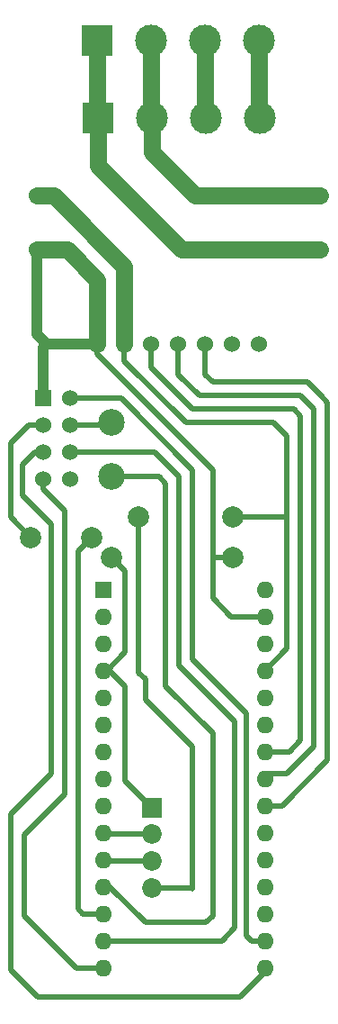
<source format=gbr>
G04 #@! TF.FileFunction,Copper,L2,Bot,Mixed*
%FSLAX46Y46*%
G04 Gerber Fmt 4.6, Leading zero omitted, Abs format (unit mm)*
G04 Created by KiCad (PCBNEW 4.0.7) date 10/22/18 08:20:40*
%MOMM*%
%LPD*%
G01*
G04 APERTURE LIST*
%ADD10C,0.100000*%
%ADD11C,3.000000*%
%ADD12R,3.000000X3.000000*%
%ADD13C,1.524000*%
%ADD14R,1.524000X1.524000*%
%ADD15R,1.600000X1.600000*%
%ADD16O,1.600000X1.600000*%
%ADD17R,1.850000X1.850000*%
%ADD18C,1.850000*%
%ADD19C,2.000000*%
%ADD20C,2.500000*%
%ADD21C,1.600000*%
%ADD22C,0.500000*%
%ADD23C,1.000000*%
G04 APERTURE END LIST*
D10*
D11*
X13881100Y91211400D03*
X18961100Y91211400D03*
D12*
X8801100Y91211400D03*
D11*
X24041100Y91211400D03*
D13*
X3086100Y71526400D03*
X3086100Y76606400D03*
X29756100Y76606400D03*
X29756100Y71526400D03*
D14*
X3721100Y57556400D03*
D13*
X6261100Y57556400D03*
X3721100Y55016400D03*
X6261100Y55016400D03*
X3721100Y52476400D03*
X6261100Y52476400D03*
X3721100Y49936400D03*
X6261100Y49936400D03*
X8801100Y62636400D03*
X11341100Y62636400D03*
X13881100Y62636400D03*
X16421100Y62636400D03*
X18961100Y62636400D03*
X21501100Y62636400D03*
X24041100Y62636400D03*
D15*
X9347200Y39547800D03*
D16*
X24587200Y6527800D03*
X9347200Y37007800D03*
X24587200Y9067800D03*
X9347200Y34467800D03*
X24587200Y11607800D03*
X9347200Y31927800D03*
X24587200Y14147800D03*
X9347200Y29387800D03*
X24587200Y16687800D03*
X9347200Y26847800D03*
X24587200Y19227800D03*
X9347200Y24307800D03*
X24587200Y21767800D03*
X9347200Y21767800D03*
X24587200Y24307800D03*
X9347200Y19227800D03*
X24587200Y26847800D03*
X9347200Y16687800D03*
X24587200Y29387800D03*
X9347200Y14147800D03*
X24587200Y31927800D03*
X9347200Y11607800D03*
X24587200Y34467800D03*
X9347200Y9067800D03*
X24587200Y37007800D03*
X9347200Y6527800D03*
X24587200Y39547800D03*
X9347200Y3987800D03*
X24587200Y3987800D03*
D11*
X13970000Y83929999D03*
X19050000Y83929999D03*
D12*
X8890000Y83929999D03*
D11*
X24130000Y83929999D03*
D17*
X13970000Y19050000D03*
D18*
X13970000Y16550000D03*
X13970000Y14050000D03*
X13970000Y11550000D03*
D19*
X21590000Y42545000D03*
X10160000Y42545000D03*
X2540000Y44450000D03*
X8255000Y44450000D03*
D20*
X10160000Y55245000D03*
X10160000Y50165000D03*
D19*
X21590000Y46355000D03*
X12700000Y46355000D03*
D21*
X13970000Y83929999D02*
X13970000Y80645000D01*
X13970000Y80645000D02*
X18008600Y76606400D01*
X18008600Y76606400D02*
X29756100Y76606400D01*
X13881100Y91211400D02*
X13881100Y85178900D01*
X8890000Y83929999D02*
X8890000Y79375000D01*
X8890000Y79375000D02*
X16738600Y71526400D01*
X16738600Y71526400D02*
X29756100Y71526400D01*
X8801100Y91211400D02*
X8801100Y83908900D01*
D22*
X21590000Y42545000D02*
X19685000Y42545000D01*
X11430000Y41275000D02*
X10160000Y42545000D01*
X11430000Y33655000D02*
X11430000Y41275000D01*
X9702800Y31927800D02*
X11430000Y33655000D01*
X9347200Y31927800D02*
X9702800Y31927800D01*
X19685000Y42545000D02*
X19685000Y38735000D01*
X8801100Y61683900D02*
X19685000Y50800000D01*
X19685000Y50800000D02*
X19685000Y42545000D01*
X19685000Y38735000D02*
X21412200Y37007800D01*
X21412200Y37007800D02*
X24587200Y37007800D01*
X9347200Y31927800D02*
X9982200Y31927800D01*
X9982200Y31927800D02*
X11430000Y30480000D01*
X11430000Y30480000D02*
X11430000Y21590000D01*
X11430000Y21590000D02*
X13970000Y19050000D01*
X8801100Y62636400D02*
X8801100Y61683900D01*
D23*
X3086100Y71526400D02*
X3086100Y63588900D01*
X3086100Y63588900D02*
X4038600Y62636400D01*
X8801100Y62636400D02*
X4038600Y62636400D01*
X4038600Y62636400D02*
X3721100Y62318900D01*
X3721100Y62318900D02*
X3721100Y57556400D01*
D21*
X3086100Y71526400D02*
X5943600Y71526400D01*
X5943600Y71526400D02*
X8801100Y68668900D01*
X8801100Y68668900D02*
X8801100Y62636400D01*
D22*
X17780000Y33020000D02*
X17780000Y50800000D01*
X17780000Y50800000D02*
X11023600Y57556400D01*
X24587200Y6527800D02*
X23317200Y6527800D01*
X23317200Y6527800D02*
X22860000Y6985000D01*
X22860000Y6985000D02*
X22860000Y27940000D01*
X22860000Y27940000D02*
X17780000Y33020000D01*
X11023600Y57556400D02*
X6261100Y57556400D01*
X3721100Y55016400D02*
X2311400Y55016400D01*
X2311400Y55016400D02*
X635000Y53340000D01*
X635000Y53340000D02*
X635000Y46355000D01*
X635000Y46355000D02*
X2540000Y44450000D01*
X8255000Y44450000D02*
X6985000Y43180000D01*
X6985000Y43180000D02*
X6985000Y9525000D01*
X6985000Y9525000D02*
X7442200Y9067800D01*
X7442200Y9067800D02*
X9347200Y9067800D01*
X3721100Y55016400D02*
X3581400Y55016400D01*
X6261100Y55016400D02*
X9931400Y55016400D01*
X9931400Y55016400D02*
X10160000Y55245000D01*
X10160000Y50165000D02*
X14605000Y50165000D01*
X14605000Y50165000D02*
X15240000Y49530000D01*
X15240000Y49530000D02*
X15240000Y30480000D01*
X15240000Y30480000D02*
X19685000Y26035000D01*
X19685000Y26035000D02*
X19685000Y8890000D01*
X19685000Y8890000D02*
X19050000Y8255000D01*
X19050000Y8255000D02*
X13335000Y8255000D01*
X13335000Y8255000D02*
X9982200Y11607800D01*
X9982200Y11607800D02*
X9347200Y11607800D01*
X3721100Y52476400D02*
X2946400Y52476400D01*
X2946400Y52476400D02*
X1735002Y51265002D01*
X1735002Y51265002D02*
X1735002Y48429998D01*
X1735002Y48429998D02*
X4445000Y45720000D01*
X4445000Y45720000D02*
X4445000Y22225000D01*
X4445000Y22225000D02*
X1270000Y19050000D01*
X1270000Y19050000D02*
X635000Y18415000D01*
X635000Y18415000D02*
X635000Y3810000D01*
X635000Y3810000D02*
X3175000Y1270000D01*
X3175000Y1270000D02*
X22225000Y1270000D01*
X22225000Y1270000D02*
X24587200Y3632200D01*
X24587200Y3632200D02*
X24587200Y3987800D01*
X14198600Y52476400D02*
X16510000Y50165000D01*
X16510000Y50165000D02*
X16510000Y32385000D01*
X6261100Y52476400D02*
X14198600Y52476400D01*
X16510000Y32385000D02*
X21759998Y27135002D01*
X21759998Y27135002D02*
X21759998Y7789998D01*
X21759998Y7789998D02*
X20497800Y6527800D01*
X20497800Y6527800D02*
X9347200Y6527800D01*
X3721100Y49936400D02*
X3721100Y48983900D01*
X3721100Y48983900D02*
X5715000Y46990000D01*
X5715000Y46990000D02*
X5715000Y20320000D01*
X5715000Y20320000D02*
X1905000Y16510000D01*
X1905000Y16510000D02*
X1905000Y8890000D01*
X1905000Y8890000D02*
X6807200Y3987800D01*
X6807200Y3987800D02*
X9347200Y3987800D01*
X13881100Y62636400D02*
X13881100Y60413900D01*
X13881100Y60413900D02*
X17780000Y56515000D01*
X17780000Y56515000D02*
X27305000Y56515000D01*
X27305000Y56515000D02*
X27940000Y55880000D01*
X27940000Y55880000D02*
X27940000Y25400000D01*
X27940000Y25400000D02*
X26847800Y24307800D01*
X26847800Y24307800D02*
X24587200Y24307800D01*
X16421100Y62636400D02*
X16421100Y59778900D01*
X16421100Y59778900D02*
X18415000Y57785000D01*
X18415000Y57785000D02*
X27940000Y57785000D01*
X27940000Y57785000D02*
X29210000Y56515000D01*
X29210000Y56515000D02*
X29210000Y24765000D01*
X29210000Y24765000D02*
X26670000Y22225000D01*
X26670000Y22225000D02*
X25044400Y22225000D01*
X25044400Y22225000D02*
X24587200Y21767800D01*
X18961100Y62636400D02*
X18961100Y59778900D01*
X18961100Y59778900D02*
X19685000Y59055000D01*
X19685000Y59055000D02*
X27940000Y59055000D01*
X27940000Y59055000D02*
X28575000Y59055000D01*
X28575000Y59055000D02*
X29845000Y57785000D01*
X29845000Y57785000D02*
X30480000Y57150000D01*
X30480000Y57150000D02*
X30480000Y23495000D01*
X30480000Y23495000D02*
X26212800Y19227800D01*
X26212800Y19227800D02*
X24587200Y19227800D01*
D21*
X18961100Y91211400D02*
X18961100Y84018899D01*
X18961100Y84018899D02*
X19050000Y83929999D01*
X24041100Y91211400D02*
X24041100Y84018899D01*
X24041100Y84018899D02*
X24130000Y83929999D01*
D22*
X26670000Y46355000D02*
X21590000Y46355000D01*
X11341100Y61048900D02*
X17145000Y55245000D01*
X17145000Y55245000D02*
X25400000Y55245000D01*
X25400000Y55245000D02*
X26670000Y53975000D01*
X26670000Y53975000D02*
X26670000Y46355000D01*
X26670000Y46355000D02*
X26670000Y34010600D01*
X12700000Y46355000D02*
X12700000Y31750000D01*
X12700000Y31750000D02*
X13335000Y31115000D01*
X13335000Y31115000D02*
X13335000Y29210000D01*
X13335000Y29210000D02*
X17780000Y24765000D01*
X17780000Y24765000D02*
X17780000Y11430000D01*
X17780000Y11430000D02*
X17660000Y11550000D01*
X17660000Y11550000D02*
X13970000Y11550000D01*
X11341100Y62636400D02*
X11341100Y61048900D01*
X26670000Y34010600D02*
X24587200Y31927800D01*
D21*
X11341100Y62636400D02*
X11341100Y69938900D01*
X11341100Y69938900D02*
X4673600Y76606400D01*
X4673600Y76606400D02*
X3086100Y76606400D01*
D22*
X13970000Y16550000D02*
X9485000Y16550000D01*
X9485000Y16550000D02*
X9347200Y16687800D01*
X13970000Y14050000D02*
X9445000Y14050000D01*
X9445000Y14050000D02*
X9347200Y14147800D01*
M02*

</source>
